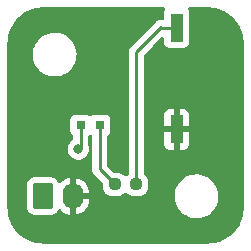
<source format=gbr>
%TF.GenerationSoftware,KiCad,Pcbnew,7.0.7*%
%TF.CreationDate,2023-09-06T19:43:05-05:00*%
%TF.ProjectId,HW1,4857312e-6b69-4636-9164-5f7063625858,1.0*%
%TF.SameCoordinates,Original*%
%TF.FileFunction,Copper,L1,Top*%
%TF.FilePolarity,Positive*%
%FSLAX46Y46*%
G04 Gerber Fmt 4.6, Leading zero omitted, Abs format (unit mm)*
G04 Created by KiCad (PCBNEW 7.0.7) date 2023-09-06 19:43:05*
%MOMM*%
%LPD*%
G01*
G04 APERTURE LIST*
G04 Aperture macros list*
%AMRoundRect*
0 Rectangle with rounded corners*
0 $1 Rounding radius*
0 $2 $3 $4 $5 $6 $7 $8 $9 X,Y pos of 4 corners*
0 Add a 4 corners polygon primitive as box body*
4,1,4,$2,$3,$4,$5,$6,$7,$8,$9,$2,$3,0*
0 Add four circle primitives for the rounded corners*
1,1,$1+$1,$2,$3*
1,1,$1+$1,$4,$5*
1,1,$1+$1,$6,$7*
1,1,$1+$1,$8,$9*
0 Add four rect primitives between the rounded corners*
20,1,$1+$1,$2,$3,$4,$5,0*
20,1,$1+$1,$4,$5,$6,$7,0*
20,1,$1+$1,$6,$7,$8,$9,0*
20,1,$1+$1,$8,$9,$2,$3,0*%
G04 Aperture macros list end*
%TA.AperFunction,SMDPad,CuDef*%
%ADD10R,1.120000X2.440000*%
%TD*%
%TA.AperFunction,SMDPad,CuDef*%
%ADD11RoundRect,0.237500X0.250000X0.237500X-0.250000X0.237500X-0.250000X-0.237500X0.250000X-0.237500X0*%
%TD*%
%TA.AperFunction,ComponentPad*%
%ADD12RoundRect,0.250000X-0.620000X-0.845000X0.620000X-0.845000X0.620000X0.845000X-0.620000X0.845000X0*%
%TD*%
%TA.AperFunction,ComponentPad*%
%ADD13O,1.740000X2.190000*%
%TD*%
%TA.AperFunction,SMDPad,CuDef*%
%ADD14R,0.800000X0.800000*%
%TD*%
%TA.AperFunction,ViaPad*%
%ADD15C,0.800000*%
%TD*%
%TA.AperFunction,Conductor*%
%ADD16C,0.250000*%
%TD*%
G04 APERTURE END LIST*
D10*
%TO.P,SW1,1,1*%
%TO.N,+3V3*%
X144320000Y-100335000D03*
%TO.P,SW1,2,2*%
%TO.N,Net-(R1-Pad1)*%
X144320000Y-91725000D03*
%TD*%
D11*
%TO.P,R1,1*%
%TO.N,Net-(R1-Pad1)*%
X140912500Y-105000000D03*
%TO.P,R1,2*%
%TO.N,Net-(D1-A)*%
X139087500Y-105000000D03*
%TD*%
D12*
%TO.P,J1,1,Pin_1*%
%TO.N,GND*%
X133000000Y-106000000D03*
D13*
%TO.P,J1,2,Pin_2*%
%TO.N,+3V3*%
X135540000Y-106000000D03*
%TD*%
D14*
%TO.P,D1,1,K*%
%TO.N,GND*%
X136200000Y-100000000D03*
%TO.P,D1,2,A*%
%TO.N,Net-(D1-A)*%
X137800000Y-100000000D03*
%TD*%
D15*
%TO.N,GND*%
X136000000Y-102000000D03*
%TD*%
D16*
%TO.N,Net-(R1-Pad1)*%
X143030000Y-91725000D02*
X144320000Y-91725000D01*
X143000000Y-91695000D02*
X143030000Y-91725000D01*
%TO.N,GND*%
X136200000Y-101800000D02*
X136000000Y-102000000D01*
X136200000Y-100000000D02*
X136200000Y-101800000D01*
%TO.N,Net-(D1-A)*%
X137800000Y-103712500D02*
X137800000Y-100000000D01*
X139087500Y-105000000D02*
X137800000Y-103712500D01*
%TO.N,Net-(R1-Pad1)*%
X140912500Y-93782500D02*
X140912500Y-105000000D01*
X143000000Y-91695000D02*
X140912500Y-93782500D01*
%TD*%
%TA.AperFunction,Conductor*%
%TO.N,+3V3*%
G36*
X143321788Y-90020185D02*
G01*
X143367543Y-90072989D01*
X143377487Y-90142147D01*
X143354016Y-90198808D01*
X143341064Y-90216112D01*
X143309111Y-90258795D01*
X143258011Y-90395795D01*
X143258011Y-90395797D01*
X143251500Y-90456345D01*
X143251500Y-90947305D01*
X143231815Y-91014344D01*
X143179011Y-91060099D01*
X143109853Y-91070043D01*
X143100453Y-91068319D01*
X143060091Y-91059298D01*
X143060085Y-91059297D01*
X143051656Y-91059562D01*
X143028378Y-91058097D01*
X143020061Y-91056780D01*
X143020054Y-91056780D01*
X142962150Y-91062253D01*
X142958263Y-91062498D01*
X142900111Y-91064325D01*
X142892011Y-91066679D01*
X142869093Y-91071050D01*
X142860710Y-91071842D01*
X142860707Y-91071843D01*
X142805969Y-91091548D01*
X142802268Y-91092750D01*
X142746415Y-91108978D01*
X142746401Y-91108984D01*
X142739147Y-91113274D01*
X142718053Y-91123200D01*
X142710116Y-91126058D01*
X142710111Y-91126060D01*
X142661986Y-91158765D01*
X142658698Y-91160851D01*
X142608634Y-91190459D01*
X142602676Y-91196418D01*
X142584706Y-91211285D01*
X142577729Y-91216027D01*
X142577727Y-91216028D01*
X142539248Y-91259674D01*
X142536582Y-91262512D01*
X140523679Y-93275414D01*
X140511320Y-93285318D01*
X140511493Y-93285527D01*
X140505483Y-93290499D01*
X140457515Y-93341579D01*
X140436372Y-93362722D01*
X140436357Y-93362739D01*
X140432031Y-93368314D01*
X140428247Y-93372744D01*
X140395919Y-93407171D01*
X140395912Y-93407181D01*
X140386079Y-93425067D01*
X140375403Y-93441320D01*
X140362886Y-93457457D01*
X140362885Y-93457459D01*
X140344125Y-93500810D01*
X140341555Y-93506056D01*
X140318803Y-93547441D01*
X140318803Y-93547442D01*
X140313725Y-93567220D01*
X140307425Y-93585622D01*
X140299318Y-93604357D01*
X140291931Y-93650995D01*
X140290746Y-93656716D01*
X140279000Y-93702465D01*
X140279000Y-93722884D01*
X140277473Y-93742283D01*
X140274280Y-93762441D01*
X140274280Y-93762442D01*
X140278725Y-93809466D01*
X140279000Y-93815304D01*
X140279000Y-104053343D01*
X140259315Y-104120382D01*
X140220100Y-104158880D01*
X140196652Y-104173343D01*
X140087680Y-104282315D01*
X140026357Y-104315799D01*
X139956665Y-104310815D01*
X139912318Y-104282314D01*
X139803346Y-104173342D01*
X139803342Y-104173339D01*
X139654928Y-104081795D01*
X139654922Y-104081792D01*
X139654920Y-104081791D01*
X139569068Y-104053343D01*
X139489382Y-104026938D01*
X139387220Y-104016500D01*
X139387213Y-104016500D01*
X139051267Y-104016500D01*
X138984228Y-103996815D01*
X138963586Y-103980181D01*
X138469819Y-103486414D01*
X138436334Y-103425091D01*
X138433500Y-103398733D01*
X138433500Y-100922468D01*
X138453185Y-100855429D01*
X138483188Y-100823202D01*
X138563261Y-100763261D01*
X138650889Y-100646204D01*
X138701989Y-100509201D01*
X138705591Y-100475692D01*
X138708499Y-100448654D01*
X138708500Y-100448637D01*
X138708500Y-99551362D01*
X138708499Y-99551345D01*
X138705157Y-99520270D01*
X138701989Y-99490799D01*
X138650889Y-99353796D01*
X138563261Y-99236739D01*
X138446204Y-99149111D01*
X138446203Y-99149110D01*
X138309203Y-99098011D01*
X138248654Y-99091500D01*
X138248638Y-99091500D01*
X137351362Y-99091500D01*
X137351345Y-99091500D01*
X137290797Y-99098011D01*
X137290795Y-99098011D01*
X137153795Y-99149111D01*
X137074311Y-99208613D01*
X137008846Y-99233030D01*
X136940573Y-99218178D01*
X136925689Y-99208613D01*
X136846204Y-99149111D01*
X136709203Y-99098011D01*
X136648654Y-99091500D01*
X136648638Y-99091500D01*
X135751362Y-99091500D01*
X135751345Y-99091500D01*
X135690797Y-99098011D01*
X135690795Y-99098011D01*
X135553795Y-99149111D01*
X135436739Y-99236739D01*
X135349111Y-99353795D01*
X135298011Y-99490795D01*
X135298011Y-99490797D01*
X135291500Y-99551345D01*
X135291500Y-100448654D01*
X135298011Y-100509202D01*
X135298011Y-100509204D01*
X135349110Y-100646204D01*
X135349111Y-100646204D01*
X135436739Y-100763261D01*
X135516810Y-100823202D01*
X135558682Y-100879134D01*
X135566500Y-100922468D01*
X135566500Y-101128807D01*
X135546815Y-101195846D01*
X135515386Y-101229125D01*
X135388745Y-101321135D01*
X135260959Y-101463057D01*
X135165473Y-101628443D01*
X135165470Y-101628450D01*
X135110677Y-101797086D01*
X135106458Y-101810072D01*
X135086496Y-102000000D01*
X135106458Y-102189928D01*
X135106459Y-102189931D01*
X135165470Y-102371549D01*
X135165473Y-102371556D01*
X135260960Y-102536944D01*
X135388747Y-102678866D01*
X135543248Y-102791118D01*
X135717712Y-102868794D01*
X135904513Y-102908500D01*
X136095487Y-102908500D01*
X136282288Y-102868794D01*
X136456752Y-102791118D01*
X136611253Y-102678866D01*
X136739040Y-102536944D01*
X136834527Y-102371556D01*
X136893542Y-102189928D01*
X136913504Y-102000000D01*
X136893542Y-101810072D01*
X136839568Y-101643961D01*
X136833500Y-101605644D01*
X136833500Y-100922468D01*
X136853185Y-100855429D01*
X136883188Y-100823202D01*
X136925690Y-100791385D01*
X136991154Y-100766969D01*
X137059427Y-100781821D01*
X137074306Y-100791383D01*
X137116810Y-100823202D01*
X137158682Y-100879134D01*
X137166500Y-100922468D01*
X137166500Y-103628866D01*
X137164761Y-103644613D01*
X137165032Y-103644639D01*
X137164298Y-103652405D01*
X137166500Y-103722457D01*
X137166500Y-103752359D01*
X137167384Y-103759356D01*
X137167842Y-103765179D01*
X137169326Y-103812389D01*
X137169327Y-103812391D01*
X137175022Y-103831995D01*
X137178967Y-103851042D01*
X137181526Y-103871297D01*
X137181527Y-103871300D01*
X137181528Y-103871303D01*
X137198914Y-103915216D01*
X137200806Y-103920744D01*
X137213981Y-103966092D01*
X137224372Y-103983662D01*
X137232932Y-104001135D01*
X137240447Y-104020117D01*
X137268209Y-104058327D01*
X137271416Y-104063210D01*
X137295458Y-104103862D01*
X137295462Y-104103866D01*
X137309889Y-104118293D01*
X137322526Y-104133088D01*
X137334528Y-104149607D01*
X137370931Y-104179722D01*
X137375231Y-104183635D01*
X137723014Y-104531418D01*
X138055181Y-104863585D01*
X138088666Y-104924908D01*
X138091500Y-104951266D01*
X138091500Y-105287204D01*
X138091501Y-105287221D01*
X138101938Y-105389382D01*
X138156790Y-105554917D01*
X138156795Y-105554928D01*
X138248339Y-105703342D01*
X138248342Y-105703346D01*
X138371653Y-105826657D01*
X138371657Y-105826660D01*
X138520071Y-105918204D01*
X138520074Y-105918205D01*
X138520080Y-105918209D01*
X138685619Y-105973062D01*
X138787787Y-105983500D01*
X139387212Y-105983499D01*
X139489381Y-105973062D01*
X139654920Y-105918209D01*
X139803346Y-105826658D01*
X139912318Y-105717684D01*
X139973642Y-105684200D01*
X140043334Y-105689184D01*
X140087681Y-105717685D01*
X140196653Y-105826657D01*
X140196657Y-105826660D01*
X140345071Y-105918204D01*
X140345074Y-105918205D01*
X140345080Y-105918209D01*
X140510619Y-105973062D01*
X140612787Y-105983500D01*
X141212212Y-105983499D01*
X141314381Y-105973062D01*
X141479920Y-105918209D01*
X141628346Y-105826658D01*
X141751658Y-105703346D01*
X141843209Y-105554920D01*
X141898062Y-105389381D01*
X141908500Y-105287213D01*
X141908499Y-104712788D01*
X141898062Y-104610619D01*
X141843209Y-104445080D01*
X141843205Y-104445074D01*
X141843204Y-104445071D01*
X141751660Y-104296657D01*
X141751659Y-104296656D01*
X141751658Y-104296654D01*
X141628346Y-104173342D01*
X141604899Y-104158879D01*
X141558177Y-104106931D01*
X141546000Y-104053343D01*
X141546000Y-100585000D01*
X143260000Y-100585000D01*
X143260000Y-101602844D01*
X143266401Y-101662372D01*
X143266403Y-101662379D01*
X143316645Y-101797086D01*
X143316649Y-101797093D01*
X143402809Y-101912187D01*
X143402812Y-101912190D01*
X143517906Y-101998350D01*
X143517913Y-101998354D01*
X143652620Y-102048596D01*
X143652627Y-102048598D01*
X143712155Y-102054999D01*
X143712172Y-102055000D01*
X144070000Y-102055000D01*
X144070000Y-100585000D01*
X144570000Y-100585000D01*
X144570000Y-102055000D01*
X144927828Y-102055000D01*
X144927844Y-102054999D01*
X144987372Y-102048598D01*
X144987379Y-102048596D01*
X145122086Y-101998354D01*
X145122093Y-101998350D01*
X145237187Y-101912190D01*
X145237190Y-101912187D01*
X145323350Y-101797093D01*
X145323354Y-101797086D01*
X145373596Y-101662379D01*
X145373598Y-101662372D01*
X145379999Y-101602844D01*
X145380000Y-101602827D01*
X145380000Y-100585000D01*
X144570000Y-100585000D01*
X144070000Y-100585000D01*
X143260000Y-100585000D01*
X141546000Y-100585000D01*
X141546000Y-100085000D01*
X143260000Y-100085000D01*
X144070000Y-100085000D01*
X144070000Y-98615000D01*
X144570000Y-98615000D01*
X144570000Y-100085000D01*
X145380000Y-100085000D01*
X145380000Y-99067172D01*
X145379999Y-99067155D01*
X145373598Y-99007627D01*
X145373596Y-99007620D01*
X145323354Y-98872913D01*
X145323350Y-98872906D01*
X145237190Y-98757812D01*
X145237187Y-98757809D01*
X145122093Y-98671649D01*
X145122086Y-98671645D01*
X144987379Y-98621403D01*
X144987372Y-98621401D01*
X144927844Y-98615000D01*
X144570000Y-98615000D01*
X144070000Y-98615000D01*
X143712155Y-98615000D01*
X143652627Y-98621401D01*
X143652620Y-98621403D01*
X143517913Y-98671645D01*
X143517906Y-98671649D01*
X143402812Y-98757809D01*
X143402809Y-98757812D01*
X143316649Y-98872906D01*
X143316645Y-98872913D01*
X143266403Y-99007620D01*
X143266401Y-99007627D01*
X143260000Y-99067155D01*
X143260000Y-100085000D01*
X141546000Y-100085000D01*
X141546000Y-94096266D01*
X141565685Y-94029227D01*
X141582319Y-94008585D01*
X142316595Y-93274309D01*
X143039820Y-92551083D01*
X143101142Y-92517600D01*
X143170834Y-92522584D01*
X143226767Y-92564456D01*
X143251184Y-92629920D01*
X143251500Y-92638766D01*
X143251500Y-92993654D01*
X143258011Y-93054202D01*
X143258011Y-93054204D01*
X143294343Y-93151610D01*
X143309111Y-93191204D01*
X143396739Y-93308261D01*
X143513796Y-93395889D01*
X143650799Y-93446989D01*
X143678050Y-93449918D01*
X143711345Y-93453499D01*
X143711362Y-93453500D01*
X144928638Y-93453500D01*
X144928654Y-93453499D01*
X144955692Y-93450591D01*
X144989201Y-93446989D01*
X145126204Y-93395889D01*
X145243261Y-93308261D01*
X145330889Y-93191204D01*
X145381989Y-93054201D01*
X145387642Y-93001622D01*
X145388499Y-92993654D01*
X145388500Y-92993637D01*
X145388500Y-90456362D01*
X145388499Y-90456345D01*
X145385157Y-90425270D01*
X145381989Y-90395799D01*
X145330889Y-90258796D01*
X145285983Y-90198809D01*
X145261567Y-90133347D01*
X145276418Y-90065074D01*
X145325823Y-90015668D01*
X145385251Y-90000500D01*
X146998378Y-90000500D01*
X147001619Y-90000584D01*
X147133628Y-90007503D01*
X147317027Y-90017803D01*
X147323212Y-90018465D01*
X147475647Y-90042608D01*
X147638194Y-90070226D01*
X147643811Y-90071453D01*
X147796693Y-90112418D01*
X147889122Y-90139046D01*
X147951724Y-90157082D01*
X147956759Y-90158769D01*
X148106183Y-90216127D01*
X148254007Y-90277358D01*
X148258412Y-90279388D01*
X148324180Y-90312899D01*
X148401921Y-90352511D01*
X148477428Y-90394241D01*
X148541480Y-90429641D01*
X148545215Y-90431882D01*
X148619487Y-90480115D01*
X148680872Y-90519980D01*
X148768357Y-90582053D01*
X148810764Y-90612142D01*
X148813886Y-90614510D01*
X148938748Y-90715621D01*
X148941034Y-90717567D01*
X149058721Y-90822738D01*
X149061248Y-90825128D01*
X149174870Y-90938750D01*
X149177260Y-90941277D01*
X149282431Y-91058964D01*
X149284383Y-91061258D01*
X149285387Y-91062498D01*
X149385480Y-91186102D01*
X149387862Y-91189243D01*
X149480019Y-91319127D01*
X149533758Y-91401875D01*
X149568106Y-91454767D01*
X149570364Y-91458531D01*
X149647488Y-91598078D01*
X149720604Y-91741575D01*
X149722643Y-91745997D01*
X149783877Y-91893829D01*
X149841221Y-92043217D01*
X149842916Y-92048273D01*
X149887579Y-92203297D01*
X149928541Y-92356171D01*
X149929778Y-92361835D01*
X149957394Y-92524369D01*
X149981530Y-92676758D01*
X149982196Y-92682985D01*
X149992509Y-92866617D01*
X149999415Y-92998377D01*
X149999500Y-93001623D01*
X149999500Y-106998376D01*
X149999415Y-107001622D01*
X149992509Y-107133382D01*
X149982196Y-107317013D01*
X149981530Y-107323240D01*
X149957394Y-107475630D01*
X149929778Y-107638163D01*
X149928541Y-107643827D01*
X149887579Y-107796702D01*
X149842916Y-107951725D01*
X149841221Y-107956781D01*
X149783877Y-108106170D01*
X149722643Y-108254001D01*
X149720604Y-108258423D01*
X149647488Y-108401921D01*
X149570364Y-108541467D01*
X149568097Y-108545246D01*
X149480019Y-108680872D01*
X149387862Y-108810755D01*
X149385480Y-108813896D01*
X149284385Y-108938738D01*
X149282431Y-108941034D01*
X149177260Y-109058721D01*
X149174870Y-109061248D01*
X149061248Y-109174870D01*
X149058721Y-109177260D01*
X148941034Y-109282431D01*
X148938738Y-109284385D01*
X148813896Y-109385480D01*
X148810755Y-109387862D01*
X148680872Y-109480019D01*
X148545246Y-109568097D01*
X148541467Y-109570364D01*
X148401921Y-109647488D01*
X148258423Y-109720604D01*
X148254001Y-109722643D01*
X148106170Y-109783877D01*
X147956781Y-109841221D01*
X147951725Y-109842916D01*
X147796702Y-109887579D01*
X147643827Y-109928541D01*
X147638163Y-109929778D01*
X147475630Y-109957394D01*
X147323240Y-109981530D01*
X147317013Y-109982196D01*
X147133382Y-109992509D01*
X147001622Y-109999415D01*
X146998376Y-109999500D01*
X133001624Y-109999500D01*
X132998378Y-109999415D01*
X132866617Y-109992509D01*
X132682985Y-109982196D01*
X132676758Y-109981530D01*
X132524369Y-109957394D01*
X132361835Y-109929778D01*
X132356171Y-109928541D01*
X132203297Y-109887579D01*
X132048273Y-109842916D01*
X132043217Y-109841221D01*
X131893829Y-109783877D01*
X131745997Y-109722643D01*
X131741575Y-109720604D01*
X131598078Y-109647488D01*
X131458531Y-109570364D01*
X131454767Y-109568106D01*
X131401875Y-109533758D01*
X131319127Y-109480019D01*
X131189243Y-109387862D01*
X131186102Y-109385480D01*
X131061260Y-109284385D01*
X131058964Y-109282431D01*
X130941277Y-109177260D01*
X130938750Y-109174870D01*
X130825128Y-109061248D01*
X130822738Y-109058721D01*
X130717567Y-108941034D01*
X130715613Y-108938738D01*
X130676848Y-108890867D01*
X130614510Y-108813886D01*
X130612136Y-108810755D01*
X130519980Y-108680872D01*
X130487406Y-108630715D01*
X130431882Y-108545215D01*
X130429641Y-108541480D01*
X130394241Y-108477428D01*
X130352511Y-108401921D01*
X130312899Y-108324180D01*
X130279388Y-108258412D01*
X130277358Y-108254007D01*
X130216122Y-108106170D01*
X130158769Y-107956759D01*
X130157082Y-107951724D01*
X130127919Y-107850499D01*
X130112414Y-107796679D01*
X130107082Y-107776779D01*
X130071453Y-107643811D01*
X130070226Y-107638194D01*
X130042601Y-107475606D01*
X130018465Y-107323212D01*
X130017803Y-107317027D01*
X130007490Y-107133382D01*
X130000584Y-107001620D01*
X130000500Y-106998377D01*
X130000500Y-106895537D01*
X131621500Y-106895537D01*
X131621501Y-106895553D01*
X131632113Y-106999427D01*
X131687884Y-107167735D01*
X131687886Y-107167740D01*
X131699694Y-107186883D01*
X131780970Y-107318652D01*
X131906348Y-107444030D01*
X132057262Y-107537115D01*
X132225574Y-107592887D01*
X132329455Y-107603500D01*
X133670544Y-107603499D01*
X133774426Y-107592887D01*
X133942738Y-107537115D01*
X134093652Y-107444030D01*
X134219030Y-107318652D01*
X134312115Y-107167738D01*
X134312116Y-107167735D01*
X134315906Y-107161591D01*
X134316979Y-107162253D01*
X134358238Y-107115383D01*
X134425429Y-107096222D01*
X134492313Y-107116429D01*
X134513983Y-107134417D01*
X134631603Y-107257139D01*
X134631604Y-107257140D01*
X134819097Y-107395810D01*
X135027338Y-107500803D01*
X135250330Y-107569093D01*
X135250328Y-107569093D01*
X135289999Y-107574173D01*
X135290000Y-107574173D01*
X135290000Y-106708615D01*
X135309685Y-106641576D01*
X135362489Y-106595821D01*
X135430183Y-106585676D01*
X135501003Y-106595000D01*
X135501010Y-106595000D01*
X135578990Y-106595000D01*
X135578997Y-106595000D01*
X135649816Y-106585676D01*
X135718849Y-106596441D01*
X135771105Y-106642820D01*
X135790000Y-106708615D01*
X135790000Y-107572574D01*
X135942618Y-107539683D01*
X135942619Y-107539683D01*
X136159005Y-107452732D01*
X136357592Y-107330458D01*
X136532656Y-107176382D01*
X136532660Y-107176378D01*
X136679157Y-106994945D01*
X136679161Y-106994939D01*
X136792895Y-106791346D01*
X136870585Y-106571461D01*
X136870587Y-106571453D01*
X136909999Y-106341612D01*
X136910000Y-106341603D01*
X136910000Y-106250000D01*
X136248616Y-106250000D01*
X136181577Y-106230315D01*
X136135822Y-106177511D01*
X136125677Y-106109815D01*
X136131213Y-106067763D01*
X144145787Y-106067763D01*
X144175413Y-106337013D01*
X144175415Y-106337024D01*
X144243236Y-106596441D01*
X144243928Y-106599088D01*
X144349870Y-106848390D01*
X144443387Y-107001623D01*
X144490979Y-107079605D01*
X144490986Y-107079615D01*
X144664253Y-107287819D01*
X144664259Y-107287824D01*
X144703786Y-107323240D01*
X144865998Y-107468582D01*
X145091910Y-107618044D01*
X145337176Y-107733020D01*
X145337183Y-107733022D01*
X145337185Y-107733023D01*
X145596557Y-107811057D01*
X145596564Y-107811058D01*
X145596569Y-107811060D01*
X145864561Y-107850500D01*
X145864566Y-107850500D01*
X146067636Y-107850500D01*
X146119133Y-107846730D01*
X146270156Y-107835677D01*
X146382758Y-107810593D01*
X146534546Y-107776782D01*
X146534548Y-107776781D01*
X146534553Y-107776780D01*
X146787558Y-107680014D01*
X147023777Y-107547441D01*
X147238177Y-107381888D01*
X147426186Y-107186881D01*
X147583799Y-106966579D01*
X147657787Y-106822669D01*
X147707649Y-106725690D01*
X147707651Y-106725684D01*
X147707656Y-106725675D01*
X147795118Y-106469305D01*
X147844319Y-106202933D01*
X147854212Y-105932235D01*
X147824586Y-105662982D01*
X147756072Y-105400912D01*
X147650130Y-105151610D01*
X147509018Y-104920390D01*
X147501393Y-104911228D01*
X147335746Y-104712180D01*
X147335740Y-104712175D01*
X147134002Y-104531418D01*
X146908092Y-104381957D01*
X146908090Y-104381956D01*
X146662824Y-104266980D01*
X146662819Y-104266978D01*
X146662814Y-104266976D01*
X146403442Y-104188942D01*
X146403428Y-104188939D01*
X146287791Y-104171921D01*
X146135439Y-104149500D01*
X145932369Y-104149500D01*
X145932364Y-104149500D01*
X145729844Y-104164323D01*
X145729831Y-104164325D01*
X145465453Y-104223217D01*
X145465446Y-104223220D01*
X145212439Y-104319987D01*
X144976226Y-104452557D01*
X144976224Y-104452558D01*
X144976223Y-104452559D01*
X144962849Y-104462886D01*
X144761822Y-104618112D01*
X144573822Y-104813109D01*
X144573816Y-104813116D01*
X144416202Y-105033419D01*
X144416199Y-105033424D01*
X144292350Y-105274309D01*
X144292343Y-105274327D01*
X144204884Y-105530685D01*
X144204882Y-105530695D01*
X144170344Y-105717685D01*
X144155681Y-105797068D01*
X144155680Y-105797075D01*
X144145787Y-106067763D01*
X136131213Y-106067763D01*
X136140134Y-106000001D01*
X136140134Y-105999998D01*
X136125677Y-105890185D01*
X136136443Y-105821150D01*
X136182823Y-105768894D01*
X136248616Y-105750000D01*
X136910000Y-105750000D01*
X136910000Y-105716799D01*
X136895177Y-105542636D01*
X136836412Y-105316948D01*
X136740356Y-105104447D01*
X136740351Y-105104439D01*
X136609764Y-104911228D01*
X136448396Y-104742860D01*
X136448395Y-104742859D01*
X136260902Y-104604189D01*
X136052661Y-104499196D01*
X135829675Y-104430907D01*
X135829669Y-104430906D01*
X135790000Y-104425825D01*
X135790000Y-105291384D01*
X135770315Y-105358423D01*
X135717511Y-105404178D01*
X135649815Y-105414323D01*
X135579007Y-105405001D01*
X135579002Y-105405000D01*
X135578997Y-105405000D01*
X135501003Y-105405000D01*
X135500997Y-105405000D01*
X135500992Y-105405001D01*
X135430185Y-105414323D01*
X135361150Y-105403557D01*
X135308894Y-105357177D01*
X135290000Y-105291384D01*
X135290000Y-104427424D01*
X135289999Y-104427424D01*
X135137380Y-104460316D01*
X135137379Y-104460316D01*
X134920994Y-104547267D01*
X134722407Y-104669541D01*
X134547344Y-104823616D01*
X134520535Y-104856819D01*
X134463104Y-104896611D01*
X134393276Y-104899037D01*
X134333222Y-104863327D01*
X134316289Y-104838172D01*
X134315906Y-104838409D01*
X134312115Y-104832263D01*
X134312115Y-104832262D01*
X134219030Y-104681348D01*
X134093652Y-104555970D01*
X133942738Y-104462885D01*
X133888978Y-104445071D01*
X133774427Y-104407113D01*
X133670545Y-104396500D01*
X132329462Y-104396500D01*
X132329446Y-104396501D01*
X132225572Y-104407113D01*
X132057264Y-104462884D01*
X132057259Y-104462886D01*
X131906346Y-104555971D01*
X131780971Y-104681346D01*
X131687886Y-104832259D01*
X131687884Y-104832264D01*
X131632113Y-105000572D01*
X131621500Y-105104447D01*
X131621500Y-106895537D01*
X130000500Y-106895537D01*
X130000500Y-94067763D01*
X132145787Y-94067763D01*
X132175413Y-94337013D01*
X132175415Y-94337024D01*
X132243926Y-94599082D01*
X132243928Y-94599088D01*
X132349870Y-94848390D01*
X132421998Y-94966575D01*
X132490979Y-95079605D01*
X132490986Y-95079615D01*
X132664253Y-95287819D01*
X132664259Y-95287824D01*
X132865998Y-95468582D01*
X133091910Y-95618044D01*
X133337176Y-95733020D01*
X133337183Y-95733022D01*
X133337185Y-95733023D01*
X133596557Y-95811057D01*
X133596564Y-95811058D01*
X133596569Y-95811060D01*
X133864561Y-95850500D01*
X133864566Y-95850500D01*
X134067636Y-95850500D01*
X134119133Y-95846730D01*
X134270156Y-95835677D01*
X134382758Y-95810593D01*
X134534546Y-95776782D01*
X134534548Y-95776781D01*
X134534553Y-95776780D01*
X134787558Y-95680014D01*
X135023777Y-95547441D01*
X135238177Y-95381888D01*
X135426186Y-95186881D01*
X135583799Y-94966579D01*
X135657787Y-94822669D01*
X135707649Y-94725690D01*
X135707651Y-94725684D01*
X135707656Y-94725675D01*
X135795118Y-94469305D01*
X135844319Y-94202933D01*
X135854212Y-93932235D01*
X135824586Y-93662982D01*
X135756072Y-93400912D01*
X135650130Y-93151610D01*
X135509018Y-92920390D01*
X135419747Y-92813119D01*
X135335746Y-92712180D01*
X135335740Y-92712175D01*
X135134002Y-92531418D01*
X134908092Y-92381957D01*
X134865168Y-92361835D01*
X134662824Y-92266980D01*
X134662819Y-92266978D01*
X134662814Y-92266976D01*
X134403442Y-92188942D01*
X134403428Y-92188939D01*
X134287791Y-92171921D01*
X134135439Y-92149500D01*
X133932369Y-92149500D01*
X133932364Y-92149500D01*
X133729844Y-92164323D01*
X133729831Y-92164325D01*
X133465453Y-92223217D01*
X133465446Y-92223220D01*
X133212439Y-92319987D01*
X132976226Y-92452557D01*
X132761822Y-92618112D01*
X132573822Y-92813109D01*
X132573816Y-92813116D01*
X132416202Y-93033419D01*
X132416199Y-93033424D01*
X132292350Y-93274309D01*
X132292343Y-93274327D01*
X132204884Y-93530685D01*
X132204881Y-93530699D01*
X132155681Y-93797068D01*
X132155680Y-93797075D01*
X132145787Y-94067763D01*
X130000500Y-94067763D01*
X130000500Y-93001622D01*
X130000585Y-92998376D01*
X130000833Y-92993654D01*
X130007490Y-92866614D01*
X130016163Y-92712180D01*
X130017803Y-92682972D01*
X130018464Y-92676789D01*
X130042611Y-92524331D01*
X130070227Y-92361796D01*
X130071451Y-92356196D01*
X130112425Y-92203279D01*
X130157083Y-92048268D01*
X130158764Y-92043254D01*
X130216127Y-91893815D01*
X130277366Y-91745972D01*
X130279379Y-91741606D01*
X130352511Y-91598078D01*
X130359688Y-91585090D01*
X130429655Y-91458494D01*
X130431867Y-91454808D01*
X130519980Y-91319127D01*
X130562164Y-91259674D01*
X130612154Y-91189220D01*
X130614486Y-91186143D01*
X130715655Y-91061209D01*
X130717537Y-91058998D01*
X130822773Y-90941239D01*
X130825092Y-90938787D01*
X130938787Y-90825092D01*
X130941239Y-90822773D01*
X131058998Y-90717537D01*
X131061209Y-90715655D01*
X131186143Y-90614486D01*
X131189220Y-90612154D01*
X131319127Y-90519980D01*
X131329046Y-90513537D01*
X131454808Y-90431867D01*
X131458494Y-90429655D01*
X131598078Y-90352511D01*
X131610063Y-90346403D01*
X131741606Y-90279379D01*
X131745972Y-90277366D01*
X131893815Y-90216127D01*
X132043254Y-90158764D01*
X132048268Y-90157083D01*
X132203279Y-90112425D01*
X132356196Y-90071451D01*
X132361796Y-90070227D01*
X132524284Y-90042618D01*
X132676791Y-90018464D01*
X132682968Y-90017803D01*
X132866566Y-90007493D01*
X132998380Y-90000584D01*
X133001622Y-90000500D01*
X143254749Y-90000500D01*
X143321788Y-90020185D01*
G37*
%TD.AperFunction*%
%TD*%
M02*

</source>
